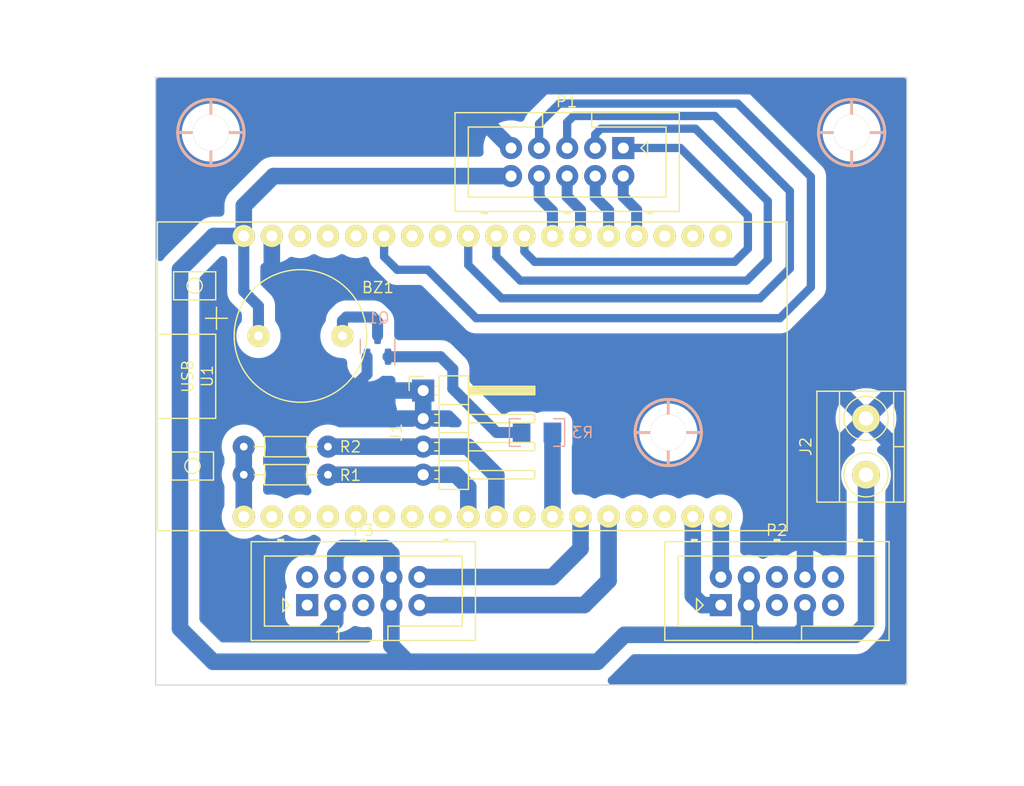
<source format=kicad_pcb>
(kicad_pcb (version 20221018) (generator pcbnew)
  (layers (0 "F.Cu" signal) (31 "B.Cu" signal) (34 "B.Paste" user) (35 "F.Paste" user) (36 "B.SilkS" user "B.Silkscreen") (37 "F.SilkS" user "F.Silkscreen") (38 "B.Mask" user) (39 "F.Mask" user) (44 "Edge.Cuts" user))
  (net 0 "")
  (net 1 "+5V")
  (net 2 "Net-(BZ1-+)")
  (net 5 "GND")
  (net 8 "/M1B")
  (net 9 "/M1A")
  (net 10 "/SENSOR_4")
  (net 11 "/SENSOR_8")
  (net 12 "/SENSOR_3")
  (net 13 "/SENSOR_7")
  (net 14 "/SENSOR_2")
  (net 15 "/SENSOR_6")
  (net 16 "/SENSOR_1")
  (net 17 "/SENSOR_5")
  (net 22 "Net-(Q1-G)")
  (net 23 "/M2B")
  (net 24 "/M2A")
  (net 25 "/BUZZER")
  (net 26 "+3V3")
  (net 27 "/PUSH_1")
  (net 28 "/PUSH_2")
  (footprint "Resistor_THT:R_Axial_DIN0204_L3.6mm_D1.6mm_P7.62mm_Horizontal" (layer "F.Cu") (at 121.5799 115.47)
    (fp_text reference "R1" (at 9.6451 0.055) (layer "F.SilkS") (effects (font (thickness 0.125))))
    (fp_text value "4K7")
    (fp_line (start 0.94 0) (end 1.89 0) (stroke (width 0.125)) (layer "F.SilkS"))
    (fp_line (start 1.89 -0.92) (end 1.89 0.92) (stroke (width 0.125)) (layer "F.SilkS"))
    (fp_line (start 1.89 0.92) (end 5.73 0.92) (stroke (width 0.125)) (layer "F.SilkS"))
    (fp_line (start 5.73 -0.92) (end 1.89 -0.92) (stroke (width 0.125)) (layer "F.SilkS"))
    (fp_line (start 5.73 0.92) (end 5.73 -0.92) (stroke (width 0.125)) (layer "F.SilkS"))
    (fp_line (start 6.68 0) (end 5.73 0) (stroke (width 0.125)) (layer "F.SilkS"))
    (pad "1" thru_hole circle (at 0 0) (size 2 2) (drill 0.7) (layers "*.Cu" "*.Mask") (net 26 "+3V3"))
    (pad "2" thru_hole oval (at 7.62 0) (size 2 2) (drill 0.7) (layers "*.Cu" "*.Mask") (net 27 "/PUSH_1"))
  )
  (footprint "Resistor_THT:R_Axial_DIN0204_L3.6mm_D1.6mm_P7.62mm_Horizontal" (layer "F.Cu") (at 121.5799 112.93)
    (fp_text reference "R2" (at 9.6451 0.02) (layer "F.SilkS") (effects (font (thickness 0.125))))
    (fp_text value "4K7")
    (fp_line (start 0.94 0) (end 1.89 0) (stroke (width 0.125)) (layer "F.SilkS"))
    (fp_line (start 1.89 -0.92) (end 1.89 0.92) (stroke (width 0.125)) (layer "F.SilkS"))
    (fp_line (start 1.89 0.92) (end 5.73 0.92) (stroke (width 0.125)) (layer "F.SilkS"))
    (fp_line (start 5.73 -0.92) (end 1.89 -0.92) (stroke (width 0.125)) (layer "F.SilkS"))
    (fp_line (start 5.73 0.92) (end 5.73 -0.92) (stroke (width 0.125)) (layer "F.SilkS"))
    (fp_line (start 6.68 0) (end 5.73 0) (stroke (width 0.125)) (layer "F.SilkS"))
    (pad "1" thru_hole circle (at 0 0) (size 2 2) (drill 0.7) (layers "*.Cu" "*.Mask") (net 26 "+3V3"))
    (pad "2" thru_hole oval (at 7.62 0) (size 2 2) (drill 0.7) (layers "*.Cu" "*.Mask") (net 28 "/PUSH_2"))
  )
  (footprint "EESTN5-v2:ESP32_DEVKIT_V1_DOIT" (layer "F.Cu") (at 144.4399 106.5618 180)
    (fp_text reference "U1" (at 26.1649 0.0118 90) (layer "F.SilkS") (effects (font (thickness 0.125))))
    (fp_text value "ESP32_DevKit_V1_DOIT" hide)
    (fp_text user "USB" (at 27.94 0 90) (layer "F.SilkS") (effects (font (thickness 0.125))))
    (fp_line (start -26.32 -13.97) (end -26.32 13.97) (stroke (width 0.125)) (layer "F.SilkS"))
    (fp_line (start -26.32 -13.97) (end 30.68 -13.97) (stroke (width 0.125)) (layer "F.SilkS"))
    (fp_line (start -26.32 13.97) (end 30.68 13.97) (stroke (width 0.125)) (layer "F.SilkS"))
    (fp_line (start 25.4 -3.81) (end 25.4 3.81) (stroke (width 0.125)) (layer "F.SilkS"))
    (fp_line (start 25.4 3.81) (end 30.48 3.81) (stroke (width 0.125)) (layer "F.SilkS"))
    (fp_line (start 25.4 6.92) (end 29.21 6.92) (stroke (width 0.125)) (layer "F.SilkS"))
    (fp_line (start 25.4 9.46) (end 25.4 6.92) (stroke (width 0.125)) (layer "F.SilkS"))
    (fp_line (start 25.6 -9.39) (end 25.6 -6.85) (stroke (width 0.125)) (layer "F.SilkS"))
    (fp_line (start 25.6 -6.85) (end 29.41 -6.85) (stroke (width 0.125)) (layer "F.SilkS"))
    (fp_line (start 29.21 6.92) (end 29.21 9.46) (stroke (width 0.125)) (layer "F.SilkS"))
    (fp_line (start 29.21 9.46) (end 25.4 9.46) (stroke (width 0.125)) (layer "F.SilkS"))
    (fp_line (start 29.41 -9.39) (end 25.6 -9.39) (stroke (width 0.125)) (layer "F.SilkS"))
    (fp_line (start 29.41 -6.85) (end 29.41 -9.39) (stroke (width 0.125)) (layer "F.SilkS"))
    (fp_line (start 30.48 -3.81) (end 25.4 -3.81) (stroke (width 0.125)) (layer "F.SilkS"))
    (fp_line (start 30.68 13.97) (end 30.68 -13.97) (stroke (width 0.125)) (layer "F.SilkS"))
    (fp_circle (center 27.305 8.19) (end 27.8765 8.571) (stroke (width 0.125)) (fill none) (layer "F.SilkS"))
    (fp_circle (center 27.505 -8.12) (end 28.0765 -7.739) (stroke (width 0.125)) (fill none) (layer "F.SilkS"))
    (pad "1" thru_hole circle (at -20.32 12.7) (size 2 2) (drill 1) (layers "*.Cu" "*.Mask" "F.SilkS"))
    (pad "2" thru_hole circle (at -17.78 12.7) (size 2 2) (drill 1) (layers "*.Cu" "*.Mask" "F.SilkS"))
    (pad "3" thru_hole circle (at -15.24 12.7) (size 2 2) (drill 1) (layers "*.Cu" "*.Mask" "F.SilkS"))
    (pad "4" thru_hole circle (at -12.7 12.7) (size 2 2) (drill 1) (layers "*.Cu" "*.Mask" "F.SilkS") (net 16 "/SENSOR_1"))
    (pad "5" thru_hole circle (at -10.16 12.7) (size 2 2) (drill 1) (layers "*.Cu" "*.Mask" "F.SilkS") (net 14 "/SENSOR_2"))
    (pad "6" thru_hole circle (at -7.62 12.7) (size 2 2) (drill 1) (layers "*.Cu" "*.Mask" "F.SilkS") (net 12 "/SENSOR_3"))
    (pad "7" thru_hole circle (at -5.08 12.7) (size 2 2) (drill 1) (layers "*.Cu" "*.Mask" "F.SilkS") (net 10 "/SENSOR_4"))
    (pad "8" thru_hole circle (at -2.54 12.7) (size 2 2) (drill 1) (layers "*.Cu" "*.Mask" "F.SilkS") (net 17 "/SENSOR_5"))
    (pad "9" thru_hole circle (at 0 12.7) (size 2 2) (drill 1) (layers "*.Cu" "*.Mask" "F.SilkS") (net 15 "/SENSOR_6"))
    (pad "10" thru_hole circle (at 2.54 12.7) (size 2 2) (drill 1) (layers "*.Cu" "*.Mask" "F.SilkS") (net 13 "/SENSOR_7"))
    (pad "11" thru_hole circle (at 5.08 12.7) (size 2 2) (drill 1) (layers "*.Cu" "*.Mask" "F.SilkS"))
    (pad "12" thru_hole circle (at 7.62 12.7) (size 2 2) (drill 1) (layers "*.Cu" "*.Mask" "F.SilkS"))
    (pad "13" thru_hole circle (at 10.16 12.7) (size 2 2) (drill 1) (layers "*.Cu" "*.Mask" "F.SilkS") (net 11 "/SENSOR_8"))
    (pad "14" thru_hole circle (at 12.7 12.7) (size 2 2) (drill 1) (layers "*.Cu" "*.Mask" "F.SilkS"))
    (pad "15" thru_hole circle (at 15.24 12.7) (size 2 2) (drill 1) (layers "*.Cu" "*.Mask" "F.SilkS"))
    (pad "16" thru_hole circle (at 17.78 12.7) (size 2 2) (drill 1) (layers "*.Cu" "*.Mask" "F.SilkS"))
    (pad "17" thru_hole circle (at 20.32 12.7) (size 2 2) (drill 1) (layers "*.Cu" "*.Mask" "F.SilkS") (net 5 "GND"))
    (pad "18" thru_hole circle (at 22.86 12.7) (size 2 2) (drill 1) (layers "*.Cu" "*.Mask" "F.SilkS") (net 1 "+5V"))
    (pad "19" thru_hole circle (at 22.86 -12.7) (size 2 2) (drill 1) (layers "*.Cu" "*.Mask" "F.SilkS") (net 26 "+3V3"))
    (pad "20" thru_hole circle (at 20.32 -12.7) (size 2 2) (drill 1) (layers "*.Cu" "*.Mask" "F.SilkS"))
    (pad "21" thru_hole circle (at 17.78 -12.7) (size 2 2) (drill 1) (layers "*.Cu" "*.Mask" "F.SilkS"))
    (pad "22" thru_hole circle (at 15.24 -12.7) (size 2 2) (drill 1) (layers "*.Cu" "*.Mask" "F.SilkS"))
    (pad "23" thru_hole circle (at 12.7 -12.7) (size 2 2) (drill 1) (layers "*.Cu" "*.Mask" "F.SilkS"))
    (pad "24" thru_hole circle (at 10.16 -12.7) (size 2 2) (drill 1) (layers "*.Cu" "*.Mask" "F.SilkS"))
    (pad "25" thru_hole circle (at 7.62 -12.7) (size 2 2) (drill 1) (layers "*.Cu" "*.Mask" "F.SilkS"))
    (pad "26" thru_hole circle (at 5.08 -12.7) (size 2 2) (drill 1) (layers "*.Cu" "*.Mask" "F.SilkS"))
    (pad "27" thru_hole circle (at 2.54 -12.7) (size 2 2) (drill 1) (layers "*.Cu" "*.Mask" "F.SilkS") (net 27 "/PUSH_1"))
    (pad "28" thru_hole circle (at 0 -12.7) (size 2 2) (drill 1) (layers "*.Cu" "*.Mask" "F.SilkS") (net 28 "/PUSH_2"))
    (pad "29" thru_hole circle (at -2.54 -12.7) (size 2 2) (drill 1) (layers "*.Cu" "*.Mask" "F.SilkS"))
    (pad "30" thru_hole circle (at -5.08 -12.7) (size 2 2) (drill 1) (layers "*.Cu" "*.Mask" "F.SilkS") (net 25 "/BUZZER"))
    (pad "31" thru_hole circle (at -7.62 -12.7) (size 2 2) (drill 1) (layers "*.Cu" "*.Mask" "F.SilkS") (net 24 "/M2A"))
    (pad "32" thru_hole circle (at -10.16 -12.7) (size 2 2) (drill 1) (layers "*.Cu" "*.Mask" "F.SilkS") (net 23 "/M2B"))
    (pad "33" thru_hole circle (at -12.7 -12.7) (size 2 2) (drill 1) (layers "*.Cu" "*.Mask" "F.SilkS"))
    (pad "34" thru_hole circle (at -15.24 -12.7) (size 2 2) (drill 1) (layers "*.Cu" "*.Mask" "F.SilkS"))
    (pad "35" thru_hole circle (at -17.78 -12.7) (size 2 2) (drill 1) (layers "*.Cu" "*.Mask" "F.SilkS") (net 9 "/M1A"))
    (pad "36" thru_hole circle (at -20.32 -12.7) (size 2 2) (drill 1) (layers "*.Cu" "*.Mask" "F.SilkS") (net 8 "/M1B"))
  )
  (footprint "EESTN5-v2:Header_2x05x2.54mm_Vertical" (layer "F.Cu") (at 132.4 126)
    (fp_text reference "P3" (at 0.01 -5.49) (layer "F.SilkS") (effects (font (thickness 0.125))))
    (fp_text value "HEADER_02X05")
    (fp_line (start -10.15 -4.47) (end 10.15 -4.47) (stroke (width 0.125)) (layer "F.SilkS"))
    (fp_line (start -10.15 4.47) (end -10.15 -4.47) (stroke (width 0.125)) (layer "F.SilkS"))
    (fp_line (start -8.95 -3.17) (end 8.95 -3.17) (stroke (width 0.125)) (layer "F.SilkS"))
    (fp_line (start -8.95 3.17) (end -8.95 -3.17) (stroke (width 0.125)) (layer "F.SilkS"))
    (fp_line (start -7.73 -4.67) (end -7.23 -4.67) (stroke (width 0.125)) (layer "F.SilkS"))
    (fp_line (start -7.73 -4.57) (end -7.23 -4.57) (stroke (width 0.125)) (layer "F.SilkS"))
    (fp_line (start -7.73 -4.47) (end -7.73 -4.67) (stroke (width 0.125)) (layer "F.SilkS"))
    (fp_line (start -7.28 0.67) (end -6.68 1.27) (stroke (width 0.125)) (layer "F.SilkS"))
    (fp_line (start -7.28 1.87) (end -7.28 0.67) (stroke (width 0.125)) (layer "F.SilkS"))
    (fp_line (start -7.23 -4.67) (end -7.23 -4.47) (stroke (width 0.125)) (layer "F.SilkS"))
    (fp_line (start -6.68 1.27) (end -7.28 1.87) (stroke (width 0.125)) (layer "F.SilkS"))
    (fp_line (start -2.225 3.17) (end -8.95 3.17) (stroke (width 0.125)) (layer "F.SilkS"))
    (fp_line (start -2.225 4.47) (end -2.225 3.17) (stroke (width 0.125)) (layer "F.SilkS"))
    (fp_line (start -0.25 -4.67) (end 0.25 -4.67) (stroke (width 0.125)) (layer "F.SilkS"))
    (fp_line (start -0.25 -4.57) (end 0.25 -4.57) (stroke (width 0.125)) (layer "F.SilkS"))
    (fp_line (start -0.25 -4.47) (end -0.25 -4.67) (stroke (width 0.125)) (layer "F.SilkS"))
    (fp_line (start 0.25 -4.67) (end 0.25 -4.47) (stroke (width 0.125)) (layer "F.SilkS"))
    (fp_line (start 2.225 3.17) (end 2.225 4.47) (stroke (width 0.125)) (layer "F.SilkS"))
    (fp_line (start 7.23 -4.67) (end 7.73 -4.67) (stroke (width 0.125)) (layer "F.SilkS"))
    (fp_line (start 7.23 -4.57) (end 7.73 -4.57) (stroke (width 0.125)) (layer "F.SilkS"))
    (fp_line (start 7.23 -4.47) (end 7.23 -4.67) (stroke (width 0.125)) (layer "F.SilkS"))
    (fp_line (start 7.73 -4.67) (end 7.73 -4.47) (stroke (width 0.125)) (layer "F.SilkS"))
    (fp_line (start 8.95 -3.17) (end 8.95 3.17) (stroke (width 0.125)) (layer "F.SilkS"))
    (fp_line (start 8.95 3.17) (end 2.225 3.17) (stroke (width 0.125)) (layer "F.SilkS"))
    (fp_line (start 10.15 -4.47) (end 10.15 4.47) (stroke (width 0.125)) (layer "F.SilkS"))
    (fp_line (start 10.15 4.47) (end -10.15 4.47) (stroke (width 0.125)) (layer "F.SilkS"))
    (pad "1" thru_hole rect (at -5.08 1.27) (size 2 2) (drill 1) (layers "*.Cu" "*.Mask"))
    (pad "2" thru_hole circle (at -5.08 -1.27) (size 2 2) (drill 1) (layers "*.Cu" "*.Mask"))
    (pad "3" thru_hole circle (at -2.54 1.27) (size 2 2) (drill 1) (layers "*.Cu" "*.Mask") (net 5 "GND"))
    (pad "4" thru_hole circle (at -2.54 -1.27) (size 2 2) (drill 1) (layers "*.Cu" "*.Mask") (net 1 "+5V"))
    (pad "5" thru_hole circle (at 0 1.27) (size 2 2) (drill 1) (layers "*.Cu" "*.Mask"))
    (pad "6" thru_hole circle (at 0 -1.27) (size 2 2) (drill 1) (layers "*.Cu" "*.Mask"))
    (pad "7" thru_hole circle (at 2.54 1.27) (size 2 2) (drill 1) (layers "*.Cu" "*.Mask") (net 1 "+5V"))
    (pad "8" thru_hole circle (at 2.54 -1.27) (size 2 2) (drill 1) (layers "*.Cu" "*.Mask") (net 1 "+5V"))
    (pad "9" thru_hole circle (at 5.08 1.27) (size 2 2) (drill 1) (layers "*.Cu" "*.Mask") (net 23 "/M2B"))
    (pad "10" thru_hole circle (at 5.08 -1.27) (size 2 2) (drill 1) (layers "*.Cu" "*.Mask") (net 24 "/M2A"))
  )
  (footprint "EESTN5-v2:Buzzer_12mm" (layer "F.Cu") (at 126.71 102.91 180)
    (fp_text reference "BZ1" (at -7.015 4.385) (layer "F.SilkS") (effects (font (thickness 0.125))))
    (fp_text value "Buzzer" hide)
    (fp_line (start 6.6 1.6) (end 8.6 1.6) (stroke (width 0.125)) (layer "F.SilkS"))
    (fp_line (start 7.6 2.6) (end 7.6 0.6) (stroke (width 0.125)) (layer "F.SilkS"))
    (fp_circle (center 0 0) (end -6 0) (stroke (width 0.125)) (fill none) (layer "F.SilkS"))
    (pad "1" thru_hole circle (at 3.8 0 180) (size 2 2) (drill 0.8) (layers "*.Cu" "*.Mask" "F.SilkS") (net 1 "+5V"))
    (pad "2" thru_hole circle (at -3.8 0 180) (size 2 2) (drill 0.8) (layers "*.Cu" "*.Mask" "F.SilkS") (net 2 "Net-(BZ1-+)"))
  )
  (footprint "Connector_PinHeader_2.54mm:PinHeader_1x04_P2.54mm_Horizontal" (layer "F.Cu") (at 137.8175 107.85)
    (fp_text reference "J1" (at -2.4425 3.8 90) (layer "F.SilkS") (effects (font (thickness 0.125))))
    (fp_text value "Conn_01x04_Pin")
    (fp_line (start -1.27 -1.27) (end 0 -1.27) (stroke (width 0.125)) (layer "F.SilkS"))
    (fp_line (start -1.27 0) (end -1.27 -1.27) (stroke (width 0.125)) (layer "F.SilkS"))
    (fp_line (start 1.042929 2.16) (end 1.44 2.16) (stroke (width 0.125)) (layer "F.SilkS"))
    (fp_line (start 1.042929 2.92) (end 1.44 2.92) (stroke (width 0.125)) (layer "F.SilkS"))
    (fp_line (start 1.042929 4.7) (end 1.44 4.7) (stroke (width 0.125)) (layer "F.SilkS"))
    (fp_line (start 1.042929 5.46) (end 1.44 5.46) (stroke (width 0.125)) (layer "F.SilkS"))
    (fp_line (start 1.042929 7.24) (end 1.44 7.24) (stroke (width 0.125)) (layer "F.SilkS"))
    (fp_line (start 1.042929 8) (end 1.44 8) (stroke (width 0.125)) (layer "F.SilkS"))
    (fp_line (start 1.11 -0.38) (end 1.44 -0.38) (stroke (width 0.125)) (layer "F.SilkS"))
    (fp_line (start 1.11 0.38) (end 1.44 0.38) (stroke (width 0.125)) (layer "F.SilkS"))
    (fp_line (start 1.44 -1.33) (end 1.44 8.95) (stroke (width 0.125)) (layer "F.SilkS"))
    (fp_line (start 1.44 1.27) (end 4.1 1.27) (stroke (width 0.125)) (layer "F.SilkS"))
    (fp_line (start 1.44 3.81) (end 4.1 3.81) (stroke (width 0.125)) (layer "F.SilkS"))
    (fp_line (start 1.44 6.35) (end 4.1 6.35) (stroke (width 0.125)) (layer "F.SilkS"))
    (fp_line (start 1.44 8.95) (end 4.1 8.95) (stroke (width 0.125)) (layer "F.SilkS"))
    (fp_line (start 4.1 -1.33) (end 1.44 -1.33) (stroke (width 0.125)) (layer "F.SilkS"))
    (fp_line (start 4.1 -0.38) (end 10.1 -0.38) (stroke (width 0.125)) (layer "F.SilkS"))
    (fp_line (start 4.1 -0.32) (end 10.1 -0.32) (stroke (width 0.125)) (layer "F.SilkS"))
    (fp_line (start 4.1 -0.2) (end 10.1 -0.2) (stroke (width 0.125)) (layer "F.SilkS"))
    (fp_line (start 4.1 -0.08) (end 10.1 -0.08) (stroke (width 0.125)) (layer "F.SilkS"))
    (fp_line (start 4.1 0.04) (end 10.1 0.04) (stroke (width 0.125)) (layer "F.SilkS"))
    (fp_line (start 4.1 0.16) (end 10.1 0.16) (stroke (width 0.125)) (layer "F.SilkS"))
    (fp_line (start 4.1 0.28) (end 10.1 0.28) (stroke (width 0.125)) (layer "F.SilkS"))
    (fp_line (start 4.1 2.16) (end 10.1 2.16) (stroke (width 0.125)) (layer "F.SilkS"))
    (fp_line (start 4.1 4.7) (end 10.1 4.7) (stroke (width 0.125)) (layer "F.SilkS"))
    (fp_line (start 4.1 7.24) (end 10.1 7.24) (stroke (width 0.125)) (layer "F.SilkS"))
    (fp_line (start 4.1 8.95) (end 4.1 -1.33) (stroke (width 0.125)) (layer "F.SilkS"))
    (fp_line (start 10.1 -0.38) (end 10.1 0.38) (stroke (width 0.125)) (layer "F.SilkS"))
    (fp_line (start 10.1 0.38) (end 4.1 0.38) (stroke (width 0.125)) (layer "F.SilkS"))
    (fp_line (start 10.1 2.16) (end 10.1 2.92) (stroke (width 0.125)) (layer "F.SilkS"))
    (fp_line (start 10.1 2.92) (end 4.1 2.92) (stroke (width 0.125)) (layer "F.SilkS"))
    (fp_line (start 10.1 4.7) (end 10.1 5.46) (stroke (width 0.125)) (layer "F.SilkS"))
    (fp_line (start 10.1 5.46) (end 4.1 5.46) (stroke (width 0.125)) (layer "F.SilkS"))
    (fp_line (start 10.1 7.24) (end 10.1 8) (stroke (width 0.125)) (layer "F.SilkS"))
    (fp_line (start 10.1 8) (end 4.1 8) (stroke (width 0.125)) (layer "F.SilkS"))
    (pad "1" thru_hole rect (at 0 0) (size 2 2) (drill 1) (layers "*.Cu" "*.Mask") (net 5 "GND"))
    (pad "2" thru_hole oval (at 0 2.54) (size 2 2) (drill 1) (layers "*.Cu" "*.Mask") (net 5 "GND"))
    (pad "3" thru_hole oval (at 0 5.08) (size 2 2) (drill 1) (layers "*.Cu" "*.Mask") (net 28 "/PUSH_2"))
    (pad "4" thru_hole oval (at 0 7.62) (size 2 2) (drill 1) (layers "*.Cu" "*.Mask") (net 27 "/PUSH_1"))
  )
  (footprint "EESTN5-v2:Header_2x05x2.54mm_Vertical" (layer "F.Cu") (at 150.85 87.17 180)
    (fp_text reference "P1" (at 0.05 5.47) (layer "F.SilkS") (effects (font (thickness 0.125))))
    (fp_text value "HEADER_02X05")
    (fp_line (start -10.15 -4.47) (end 10.15 -4.47) (stroke (width 0.125)) (layer "F.SilkS"))
    (fp_line (start -10.15 4.47) (end -10.15 -4.47) (stroke (width 0.125)) (layer "F.SilkS"))
    (fp_line (start -8.95 -3.17) (end 8.95 -3.17) (stroke (width 0.125)) (layer "F.SilkS"))
    (fp_line (start -8.95 3.17) (end -8.95 -3.17) (stroke (width 0.125)) (layer "F.SilkS"))
    (fp_line (start -7.73 -4.67) (end -7.23 -4.67) (stroke (width 0.125)) (layer "F.SilkS"))
    (fp_line (start -7.73 -4.57) (end -7.23 -4.57) (stroke (width 0.125)) (layer "F.SilkS"))
    (fp_line (start -7.73 -4.47) (end -7.73 -4.67) (stroke (width 0.125)) (layer "F.SilkS"))
    (fp_line (start -7.28 0.67) (end -6.68 1.27) (stroke (width 0.125)) (layer "F.SilkS"))
    (fp_line (start -7.28 1.87) (end -7.28 0.67) (stroke (width 0.125)) (layer "F.SilkS"))
    (fp_line (start -7.23 -4.67) (end -7.23 -4.47) (stroke (width 0.125)) (layer "F.SilkS"))
    (fp_line (start -6.68 1.27) (end -7.28 1.87) (stroke (width 0.125)) (layer "F.SilkS"))
    (fp_line (start -2.225 3.17) (end -8.95 3.17) (stroke (width 0.125)) (layer "F.SilkS"))
    (fp_line (start -2.225 4.47) (end -2.225 3.17) (stroke (width 0.125)) (layer "F.SilkS"))
    (fp_line (start -0.25 -4.67) (end 0.25 -4.67) (stroke (width 0.125)) (layer "F.SilkS"))
    (fp_line (start -0.25 -4.57) (end 0.25 -4.57) (stroke (width 0.125)) (layer "F.SilkS"))
    (fp_line (start -0.25 -4.47) (end -0.25 -4.67) (stroke (width 0.125)) (layer "F.SilkS"))
    (fp_line (start 0.25 -4.67) (end 0.25 -4.47) (stroke (width 0.125)) (layer "F.SilkS"))
    (fp_line (start 2.225 3.17) (end 2.225 4.47) (stroke (width 0.125)) (layer "F.SilkS"))
    (fp_line (start 7.23 -4.67) (end 7.73 -4.67) (stroke (width 0.125)) (layer "F.SilkS"))
    (fp_line (start 7.23 -4.57) (end 7.73 -4.57) (stroke (width 0.125)) (layer "F.SilkS"))
    (fp_line (start 7.23 -4.47) (end 7.23 -4.67) (stroke (width 0.125)) (layer "F.SilkS"))
    (fp_line (start 7.73 -4.67) (end 7.73 -4.47) (stroke (width 0.125)) (layer "F.SilkS"))
    (fp_line (start 8.95 -3.17) (end 8.95 3.17) (stroke (width 0.125)) (layer "F.SilkS"))
    (fp_line (start 8.95 3.17) (end 2.225 3.17) (stroke (width 0.125)) (layer "F.SilkS"))
    (fp_line (start 10.15 -4.47) (end 10.15 4.47) (stroke (width 0.125)) (layer "F.SilkS"))
    (fp_line (start 10.15 4.47) (end -10.15 4.47) (stroke (width 0.125)) (layer "F.SilkS"))
    (pad "1" thru_hole rect (at -5.08 1.27 180) (size 2 2) (drill 1) (layers "*.Cu" "*.Mask") (net 17 "/SENSOR_5"))
    (pad "2" thru_hole circle (at -5.08 -1.27 180) (size 2 2) (drill 1) (layers "*.Cu" "*.Mask") (net 16 "/SENSOR_1"))
    (pad "3" thru_hole circle (at -2.54 1.27 180) (size 2 2) (drill 1) (layers "*.Cu" "*.Mask") (net 15 "/SENSOR_6"))
    (pad "4" thru_hole circle (at -2.54 -1.27 180) (size 2 2) (drill 1) (layers "*.Cu" "*.Mask") (net 14 "/SENSOR_2"))
    (pad "5" thru_hole circle (at 0 1.27 180) (size 2 2) (drill 1) (layers "*.Cu" "*.Mask") (net 13 "/SENSOR_7"))
    (pad "6" thru_hole circle (at 0 -1.27 180) (size 2 2) (drill 1) (layers "*.Cu" "*.Mask") (net 12 "/SENSOR_3"))
    (pad "7" thru_hole circle (at 2.54 1.27 180) (size 2 2) (drill 1) (layers "*.Cu" "*.Mask") (net 11 "/SENSOR_8"))
    (pad "8" thru_hole circle (at 2.54 -1.27 180) (size 2 2) (drill 1) (layers "*.Cu" "*.Mask") (net 10 "/SENSOR_4"))
    (pad "9" thru_hole circle (at 5.08 1.27 180) (size 2 2) (drill 1) (layers "*.Cu" "*.Mask") (net 5 "GND"))
    (pad "10" thru_hole circle (at 5.08 -1.27 180) (size 2 2) (drill 1) (layers "*.Cu" "*.Mask") (net 1 "+5V"))
  )
  (footprint "EESTN5-v2:Separador_M3_5mm" (layer "F.Cu") (at 176.6 84.5)
    (fp_text reference "H1" hide)
    (fp_text value "Mounting_Hole" hide)
    (fp_line (start -3 0) (end 3 0) (stroke (width 0.254)) (layer "B.SilkS"))
    (fp_line (start 0 -3) (end 0 3) (stroke (width 0.254)) (layer "B.SilkS"))
    (fp_circle (center 0 0) (end 3 0) (stroke (width 0.254)) (fill none) (layer "B.SilkS"))
    (fp_line (start -3 0) (end 3 0) (stroke (width 0.254)) (layer "F.SilkS"))
    (fp_line (start 0 -3) (end 0 3) (stroke (width 0.254)) (layer "F.SilkS"))
    (fp_circle (center 0 0) (end 3 0) (stroke (width 0.254)) (fill none) (layer "F.SilkS"))
    (pad "1" thru_hole circle (at 0 0) (size 3.25 3.25) (drill 3.25) (layers "*.Cu" "F.SilkS"))
  )
  (footprint "EESTN5-v2:Separador_M3_5mm" (layer "F.Cu") (at 160 111.65)
    (fp_text reference "H2" hide)
    (fp_text value "Mounting_Hole" hide)
    (fp_line (start -3 0) (end 3 0) (stroke (width 0.254)) (layer "B.SilkS"))
    (fp_line (start 0 -3) (end 0 3) (stroke (width 0.254)) (layer "B.SilkS"))
    (fp_circle (center 0 0) (end 3 0) (stroke (width 0.254)) (fill none) (layer "B.SilkS"))
    (fp_line (start -3 0) (end 3 0) (stroke (width 0.254)) (layer "F.SilkS"))
    (fp_line (start 0 -3) (end 0 3) (stroke (width 0.254)) (layer "F.SilkS"))
    (fp_circle (center 0 0) (end 3 0) (stroke (width 0.254)) (fill none) (layer "F.SilkS"))
    (pad "1" thru_hole circle (at 0 0) (size 3.25 3.25) (drill 3.25) (layers "*.Cu" "F.SilkS"))
  )
  (footprint "EESTN5-v2:Separador_M3_5mm" (layer "F.Cu") (at 118.6 84.5)
    (fp_text reference "H3" hide)
    (fp_text value "Mounting_Hole" hide)
    (fp_line (start -3 0) (end 3 0) (stroke (width 0.254)) (layer "B.SilkS"))
    (fp_line (start 0 -3) (end 0 3) (stroke (width 0.254)) (layer "B.SilkS"))
    (fp_circle (center 0 0) (end 3 0) (stroke (width 0.254)) (fill none) (layer "B.SilkS"))
    (fp_line (start -3 0) (end 3 0) (stroke (width 0.254)) (layer "F.SilkS"))
    (fp_line (start 0 -3) (end 0 3) (stroke (width 0.254)) (layer "F.SilkS"))
    (fp_circle (center 0 0) (end 3 0) (stroke (width 0.254)) (fill none) (layer "F.SilkS"))
    (pad "1" thru_hole circle (at 0 0) (size 3.25 3.25) (drill 3.25) (layers "*.Cu" "F.SilkS"))
  )
  (footprint "EESTN5-v2:Header_2x05x2.54mm_Vertical" (layer "F.Cu") (at 169.8399 126)
    (fp_text reference "P2" (at -0.0149 -5.505) (layer "F.SilkS") (effects (font (thickness 0.125))))
    (fp_text value "HEADER_02X05")
    (fp_line (start -10.15 -4.47) (end 10.15 -4.47) (stroke (width 0.125)) (layer "F.SilkS"))
    (fp_line (start -10.15 4.47) (end -10.15 -4.47) (stroke (width 0.125)) (layer "F.SilkS"))
    (fp_line (start -8.95 -3.17) (end 8.95 -3.17) (stroke (width 0.125)) (layer "F.SilkS"))
    (fp_line (start -8.95 3.17) (end -8.95 -3.17) (stroke (width 0.125)) (layer "F.SilkS"))
    (fp_line (start -7.73 -4.67) (end -7.23 -4.67) (stroke (width 0.125)) (layer "F.SilkS"))
    (fp_line (start -7.73 -4.57) (end -7.23 -4.57) (stroke (width 0.125)) (layer "F.SilkS"))
    (fp_line (start -7.73 -4.47) (end -7.73 -4.67) (stroke (width 0.125)) (layer "F.SilkS"))
    (fp_line (start -7.28 0.67) (end -6.68 1.27) (stroke (width 0.125)) (layer "F.SilkS"))
    (fp_line (start -7.28 1.87) (end -7.28 0.67) (stroke (width 0.125)) (layer "F.SilkS"))
    (fp_line (start -7.23 -4.67) (end -7.23 -4.47) (stroke (width 0.125)) (layer "F.SilkS"))
    (fp_line (start -6.68 1.27) (end -7.28 1.87) (stroke (width 0.125)) (layer "F.SilkS"))
    (fp_line (start -2.225 3.17) (end -8.95 3.17) (stroke (width 0.125)) (layer "F.SilkS"))
    (fp_line (start -2.225 4.47) (end -2.225 3.17) (stroke (width 0.125)) (layer "F.SilkS"))
    (fp_line (start -0.25 -4.67) (end 0.25 -4.67) (stroke (width 0.125)) (layer "F.SilkS"))
    (fp_line (start -0.25 -4.57) (end 0.25 -4.57) (stroke (width 0.125)) (layer "F.SilkS"))
    (fp_line (start -0.25 -4.47) (end -0.25 -4.67) (stroke (width 0.125)) (layer "F.SilkS"))
    (fp_line (start 0.25 -4.67) (end 0.25 -4.47) (stroke (width 0.125)) (layer "F.SilkS"))
    (fp_line (start 2.225 3.17) (end 2.225 4.47) (stroke (width 0.125)) (layer "F.SilkS"))
    (fp_line (start 7.23 -4.67) (end 7.73 -4.67) (stroke (width 0.125)) (layer "F.SilkS"))
    (fp_line (start 7.23 -4.57) (end 7.73 -4.57) (stroke (width 0.125)) (layer "F.SilkS"))
    (fp_line (start 7.23 -4.47) (end 7.23 -4.67) (stroke (width 0.125)) (layer "F.SilkS"))
    (fp_line (start 7.73 -4.67) (end 7.73 -4.47) (stroke (width 0.125)) (layer "F.SilkS"))
    (fp_line (start 8.95 -3.17) (end 8.95 3.17) (stroke (width 0.125)) (layer "F.SilkS"))
    (fp_line (start 8.95 3.17) (end 2.225 3.17) (stroke (width 0.125)) (layer "F.SilkS"))
    (fp_line (start 10.15 -4.47) (end 10.15 4.47) (stroke (width 0.125)) (layer "F.SilkS"))
    (fp_line (start 10.15 4.47) (end -10.15 4.47) (stroke (width 0.125)) (layer "F.SilkS"))
    (pad "1" thru_hole rect (at -5.08 1.27) (size 2 2) (drill 1) (layers "*.Cu" "*.Mask") (net 9 "/M1A"))
    (pad "2" thru_hole circle (at -5.08 -1.27) (size 2 2) (drill 1) (layers "*.Cu" "*.Mask") (net 8 "/M1B"))
    (pad "3" thru_hole circle (at -2.54 1.27) (size 2 2) (drill 1) (layers "*.Cu" "*.Mask") (net 1 "+5V"))
    (pad "4" thru_hole circle (at -2.54 -1.27) (size 2 2) (drill 1) (layers "*.Cu" "*.Mask") (net 1 "+5V"))
    (pad "5" thru_hole circle (at 0 1.27) (size 2 2) (drill 1) (layers "*.Cu" "*.Mask"))
    (pad "6" thru_hole circle (at 0 -1.27) (size 2 2) (drill 1) (layers "*.Cu" "*.Mask"))
    (pad "7" thru_hole circle (at 2.54 1.27) (size 2 2) (drill 1) (layers "*.Cu" "*.Mask") (net 1 "+5V"))
    (pad "8" thru_hole circle (at 2.54 -1.27) (size 2 2) (drill 1) (layers "*.Cu" "*.Mask") (net 5 "GND"))
    (pad "9" thru_hole circle (at 5.08 1.27) (size 2 2) (drill 1) (layers "*.Cu" "*.Mask"))
    (pad "10" thru_hole circle (at 5.08 -1.27) (size 2 2) (drill 1) (layers "*.Cu" "*.Mask"))
  )
  (footprint "EESTN5-v2:BORNERA2_AZUL" (layer "F.Cu") (at 177.9 112.93 90)
    (fp_text reference "J2" (at 0 -5.45 90) (layer "F.SilkS") (effects (font (thickness 0.125))))
    (fp_text value "TB_1X2" hide)
    (fp_line (start -5.0165 -4.445) (end -5.0165 3.4925) (stroke (width 0.125)) (layer "F.SilkS"))
    (fp_line (start -5 -2.4) (end 5 -2.4) (stroke (width 0.125)) (layer "F.SilkS"))
    (fp_line (start -5 2.5) (end 5 2.5) (stroke (width 0.125)) (layer "F.SilkS"))
    (fp_line (start -4.9835 3.4925) (end 5.0165 3.4925) (stroke (width 0.125)) (layer "F.SilkS"))
    (fp_line (start 0 2.54) (end 0 3.4845) (stroke (width 0.125)) (layer "F.SilkS"))
    (fp_line (start 5.0165 -4.445) (end -4.9835 -4.445) (stroke (width 0.125)) (layer "F.SilkS"))
    (fp_line (start 5.0165 3.4925) (end 5.0165 -4.445) (stroke (width 0.125)) (layer "F.SilkS"))
    (fp_circle (center -2.55 0) (end -0.55 0) (stroke (width 0.125)) (fill none) (layer "F.SilkS"))
    (fp_circle (center 2.55 0) (end 0.55 0) (stroke (width 0.125)) (fill none) (layer "F.SilkS"))
    (pad "1" thru_hole circle (at -2.54 0 90) (size 2.5 2.5) (drill 1.3) (layers "*.Cu" "*.Mask" "F.SilkS") (net 1 "+5V"))
    (pad "2" thru_hole circle (at 2.54 0 90) (size 2.5 2.5) (drill 1.3) (layers "*.Cu" "*.Mask" "F.SilkS") (net 5 "GND"))
  )
  (footprint "EESTN5-v2:R_1206" (layer "B.Cu") (at 148.1229 111.65 180)
    (fp_text reference "R3" (at -4.1271 0) (layer "B.SilkS") (effects (font (thickness 0.125)) (justify mirror)))
    (fp_text value "10K" hide)
    (fp_line (start -2.5 -1.25) (end -1.5 -1.25) (stroke (width 0.125)) (layer "B.SilkS"))
    (fp_line (start -2.5 1.25) (end -2.5 -1.25) (stroke (width 0.125)) (layer "B.SilkS"))
    (fp_line (start -1.5 1.25) (end -2.5 1.25) (stroke (width 0.125)) (layer "B.SilkS"))
    (fp_line (start 1.5 -1.25) (end 2.5 -1.25) (stroke (width 0.125)) (layer "B.SilkS"))
    (fp_line (start 1.5 1.25) (end 2.5 1.25) (stroke (width 0.125)) (layer "B.SilkS"))
    (fp_line (start 2.5 -1.25) (end 2.5 1.25) (stroke (width 0.125)) (layer "B.SilkS"))
    (pad "1" smd rect (at 1.397 0 180) (size 1.6002 1.8034) (layers "B.Cu" "B.Paste" "B.Mask") (net 22 "Net-(Q1-G)"))
    (pad "2" smd rect (at -1.397 0 180) (size 1.6002 1.8034) (layers "B.Cu" "B.Paste" "B.Mask") (net 25 "/BUZZER"))
  )
  (footprint "Package_TO_SOT_SMD:SOT-23" (layer "B.Cu") (at 133.69 103.8475 90)
    (fp_text reference "Q1" (at 2.5725 0.085 180) (layer "B.SilkS") (effects (font (thickness 0.125)) (justify mirror)))
    (fp_text value "2N7002")
    (fp_line (start 0 -1.56) (end -0.65 -1.56) (stroke (width 0.125)) (layer "B.SilkS"))
    (fp_line (start 0 -1.56) (end 0.65 -1.56) (stroke (width 0.125)) (layer "B.SilkS"))
    (fp_line (start 0 1.56) (end -1.675 1.56) (stroke (width 0.125)) (layer "B.SilkS"))
    (fp_line (start 0 1.56) (end 0.65 1.56) (stroke (width 0.125)) (layer "B.SilkS"))
    (pad "1" smd roundrect (at -0.9375 0.95 90) (size 1.475 0.6) (layers "B.Cu" "B.Paste" "B.Mask") (net 22 "Net-(Q1-G)"))
    (pad "2" smd roundrect (at -0.9375 -0.95 90) (size 1.475 0.6) (layers "B.Cu" "B.Paste" "B.Mask") (net 5 "GND"))
    (pad "3" smd roundrect (at 0.9375 0 90) (size 1.475 0.6) (layers "B.Cu" "B.Paste" "B.Mask") (net 2 "Net-(BZ1-+)"))
  )
  (gr_rect (start 113.6 79.5) (end 181.6 134.5) (stroke (width 0.1)) (fill none) (layer "Edge.Cuts"))
  (segment (start 121.5799 98.8699) (end 121.5799 93.8618) (width 1) (layer "B.Cu") (net 1))
  (segment (start 167.96 129.96) (end 156.04 129.96) (width 1.5) (layer "B.Cu") (net 1))
  (segment (start 177.9 129) (end 177.9 115.47) (width 1.5) (layer "B.Cu") (net 1))
  (segment (start 134.94 130.94) (end 136.4 132.4) (width 1.5) (layer "B.Cu") (net 1))
  (segment (start 134.41 122.11) (end 130.49 122.11) (width 1.5) (layer "B.Cu") (net 1))
  (segment (start 134.94 124.73) (end 134.94 122.64) (width 1.5) (layer "B.Cu") (net 1))
  (segment (start 115.81 96.9) (end 118.8482 93.8618) (width 1.5) (layer "B.Cu") (net 1))
  (segment (start 172.3799 129.3301) (end 171.75 129.96) (width 1.5) (layer "B.Cu") (net 1))
  (segment (start 124.27 88.44) (end 121.5799 91.1301) (width 1.5) (layer "B.Cu") (net 1))
  (segment (start 134.94 127.27) (end 134.94 130.94) (width 1.5) (layer "B.Cu") (net 1))
  (segment (start 136.4 132.4) (end 137.4 132.4) (width 1.5) (layer "B.Cu") (net 1))
  (segment (start 176.94 129.96) (end 177.9 129) (width 1.5) (layer "B.Cu") (net 1))
  (segment (start 171.75 129.96) (end 167.96 129.96) (width 1.5) (layer "B.Cu") (net 1))
  (segment (start 122.91 102.91) (end 122.91 100.2) (width 1) (layer "B.Cu") (net 1))
  (segment (start 137.4 132.4) (end 118.81 132.4) (width 1.5) (layer "B.Cu") (net 1))
  (segment (start 129.86 122.74) (end 129.86 124.73) (width 1.5) (layer "B.Cu") (net 1))
  (segment (start 118.81 132.4) (end 115.81 129.4) (width 1.5) (layer "B.Cu") (net 1))
  (segment (start 145.77 88.44) (end 124.27 88.44) (width 1.5) (layer "B.Cu") (net 1))
  (segment (start 118.8482 93.8618) (end 121.5799 93.8618) (width 1.5) (layer "B.Cu") (net 1))
  (segment (start 115.81 129.4) (end 115.81 96.9) (width 1.5) (layer "B.Cu") (net 1))
  (segment (start 172.3799 127.27) (end 172.3799 129.3301) (width 1.5) (layer "B.Cu") (net 1))
  (segment (start 167.2999 129.2999) (end 167.2999 124.73) (width 1.5) (layer "B.Cu") (net 1))
  (segment (start 167.96 129.96) (end 167.2999 129.2999) (width 1.5) (layer "B.Cu") (net 1))
  (segment (start 156.04 129.96) (end 153.6 132.4) (width 1.5) (layer "B.Cu") (net 1))
  (segment (start 134.94 124.73) (end 134.94 127.27) (width 1.5) (layer "B.Cu") (net 1))
  (segment (start 134.94 122.64) (end 134.41 122.11) (width 1.5) (layer "B.Cu") (net 1))
  (segment (start 121.5799 91.1301) (end 121.5799 93.8618) (width 1.5) (layer "B.Cu") (net 1))
  (segment (start 122.91 100.2) (end 121.5799 98.8699) (width 1) (layer "B.Cu") (net 1))
  (segment (start 130.49 122.11) (end 129.86 122.74) (width 1.5) (layer "B.Cu") (net 1))
  (segment (start 153.6 132.4) (end 137.4 132.4) (width 1.5) (layer "B.Cu") (net 1))
  (segment (start 171.75 129.96) (end 176.94 129.96) (width 1.5) (layer "B.Cu") (net 1))
  (segment (start 133.69 102.91) (end 133.69 101.63) (width 1) (layer "B.Cu") (net 2))
  (segment (start 133.69 101.63) (end 133.26 101.2) (width 1) (layer "B.Cu") (net 2))
  (segment (start 133.26 101.2) (end 130.86 101.2) (width 1) (layer "B.Cu") (net 2))
  (segment (start 130.51 101.55) (end 130.51 102.91) (width 1) (layer "B.Cu") (net 2))
  (segment (start 130.86 101.2) (end 130.51 101.55) (width 1) (layer "B.Cu") (net 2))
  (segment (start 136.91 99.1) (end 126.61 99.1) (width 1) (layer "B.Cu") (net 5))
  (segment (start 118.81 127.7) (end 118.81 109.3) (width 1.5) (layer "B.Cu") (net 5))
  (segment (start 142.81 105) (end 136.91 99.1) (width 1) (layer "B.Cu") (net 5))
  (segment (start 121.01 129.9) (end 118.81 127.7) (width 1.5) (layer "B.Cu") (net 5))
  (segment (start 145.77 85.9) (end 144.11 84.24) (width 0.75) (layer "B.Cu") (net 5))
  (segment (start 129.86 128.74) (end 128.7 129.9) (width 1.5) (layer "B.Cu") (net 5))
  (segment (start 132.74 106.37) (end 131.71 107.4) (width 1) (layer "B.Cu") (net 5))
  (segment (start 144.11 82.85) (end 146.29 80.67) (width 0.75) (layer "B.Cu") (net 5))
  (segment (start 126.61 105.3) (end 126.61 99.1) (width 1.5) (layer "B.Cu") (net 5))
  (segment (start 129.86 127.27) (end 129.86 128.74) (width 1.5) (layer "B.Cu") (net 5))
  (segment (start 170 105) (end 142.81 105) (width 1) (layer "B.Cu") (net 5))
  (segment (start 124.61 107.3) (end 126.61 105.3) (width 1.5) (layer "B.Cu") (net 5))
  (segment (start 144.11 84.24) (end 144.11 82.85) (width 0.75) (layer "B.Cu") (net 5))
  (segment (start 128.7 129.9) (end 121.01 129.9) (width 1.5) (layer "B.Cu") (net 5))
  (segment (start 120.81 107.3) (end 124.61 107.3) (width 1.5) (layer "B.Cu") (net 5))
  (segment (start 172.3799 124.73) (end 172.3799 121.3201) (width 1.5) (layer "B.Cu") (net 5))
  (segment (start 132.74 104.785) (end 132.74 106.37) (width 1) (layer "B.Cu") (net 5))
  (segment (start 172.3799 121.3201) (end 172.4 121.3) (width 1.5) (layer "B.Cu") (net 5))
  (segment (start 146.29 80.67) (end 168.08 80.67) (width 0.75) (layer "B.Cu") (net 5))
  (segment (start 168.08 80.67) (end 168.31 80.9) (width 0.75) (layer "B.Cu") (net 5))
  (segment (start 118.81 109.3) (end 120.81 107.3) (width 1.5) (layer "B.Cu") (net 5))
  (segment (start 124.1199 93.8618) (end 124.1199 96.6099) (width 1.5) (layer "B.Cu") (net 5))
  (segment (start 124.1199 96.6099) (end 126.61 99.1) (width 1.5) (layer "B.Cu") (net 5))
  (segment (start 164.7599 124.73) (end 164.7599 119.2618) (width 1.5) (layer "B.Cu") (net 8))
  (segment (start 164.7599 127.27) (end 163.07 127.27) (width 1.5) (layer "B.Cu") (net 9))
  (segment (start 162.2199 126.4199) (end 162.2199 119.2618) (width 1.5) (layer "B.Cu") (net 9))
  (segment (start 163.07 127.27) (end 162.2199 126.4199) (width 1.5) (layer "B.Cu") (net 9))
  (segment (start 148.31 90.38) (end 149.5199 91.5899) (width 1) (layer "B.Cu") (net 10))
  (segment (start 148.31 88.44) (end 148.31 90.38) (width 1) (layer "B.Cu") (net 10))
  (segment (start 149.5199 91.5899) (end 149.5199 93.8618) (width 1) (layer "B.Cu") (net 10))
  (segment (start 134.28 93.87) (end 134.28 95.74) (width 0.75) (layer "B.Cu") (net 11))
  (segment (start 150.14 81.88) (end 148.31 83.71) (width 0.75) (layer "B.Cu") (net 11))
  (segment (start 138.23 96.92) (end 142.61 101.3) (width 0.75) (layer "B.Cu") (net 11))
  (segment (start 134.28 95.74) (end 135.46 96.92) (width 0.75) (layer "B.Cu") (net 11))
  (segment (start 142.61 101.3) (end 170.11 101.3) (width 0.75) (layer "B.Cu") (net 11))
  (segment (start 170.11 101.3) (end 172.91 98.5) (width 0.75) (layer "B.Cu") (net 11))
  (segment (start 172.91 88.5) (end 166.29 81.88) (width 0.75) (layer "B.Cu") (net 11))
  (segment (start 148.31 83.71) (end 148.31 85.9) (width 0.75) (layer "B.Cu") (net 11))
  (segment (start 166.29 81.88) (end 150.14 81.88) (width 0.75) (layer "B.Cu") (net 11))
  (segment (start 172.91 98.5) (end 172.91 88.5) (width 0.75) (layer "B.Cu") (net 11))
  (segment (start 135.46 96.92) (end 138.23 96.92) (width 0.75) (layer "B.Cu") (net 11))
  (segment (start 152.0599 91.5049) (end 152.0599 93.8618) (width 1) (layer "B.Cu") (net 12))
  (segment (start 150.85 90.295) (end 152.0599 91.5049) (width 1) (layer "B.Cu") (net 12))
  (segment (start 150.85 88.44) (end 150.85 90.295) (width 1) (layer "B.Cu") (net 12))
  (segment (start 171.01 89.8) (end 171.01 96.8) (width 0.75) (layer "B.Cu") (net 13))
  (segment (start 168.31 99.5) (end 144.91 99.5) (width 0.75) (layer "B.Cu") (net 13))
  (segment (start 151.42 83) (end 164.21 83) (width 0.75) (layer "B.Cu") (net 13))
  (segment (start 164.21 83) (end 171.01 89.8) (width 0.75) (layer "B.Cu") (net 13))
  (segment (start 171.01 96.8) (end 168.31 99.5) (width 0.75) (layer "B.Cu") (net 13))
  (segment (start 150.85 83.57) (end 151.42 83) (width 0.75) (layer "B.Cu") (net 13))
  (segment (start 144.91 99.5) (end 141.8999 96.4899) (width 0.75) (layer "B.Cu") (net 13))
  (segment (start 150.85 85.9) (end 150.85 83.57) (width 0.75) (layer "B.Cu") (net 13))
  (segment (start 141.8999 96.4899) (end 141.8999 93.8618) (width 0.75) (layer "B.Cu") (net 13))
  (segment (start 153.39 88.44) (end 153.39 90.335) (width 1) (layer "B.Cu") (net 14))
  (segment (start 154.5999 91.5449) (end 154.5999 93.8618) (width 1) (layer "B.Cu") (net 14))
  (segment (start 153.39 90.335) (end 154.5999 91.5449) (width 1) (layer "B.Cu") (net 14))
  (segment (start 146.61 97.9) (end 144.4399 95.7299) (width 0.75) (layer "B.Cu") (net 15))
  (segment (start 169.01 90.7) (end 169.01 96) (width 0.75) (layer "B.Cu") (net 15))
  (segment (start 153.91 84.15) (end 162.46 84.15) (width 0.75) (layer "B.Cu") (net 15))
  (segment (start 169.01 96) (end 167.11 97.9) (width 0.75) (layer "B.Cu") (net 15))
  (segment (start 153.39 84.67) (end 153.91 84.15) (width 0.75) (layer "B.Cu") (net 15))
  (segment (start 167.11 97.9) (end 146.61 97.9) (width 0.75) (layer "B.Cu") (net 15))
  (segment (start 144.4399 95.7299) (end 144.4399 93.8701) (width 0.75) (layer "B.Cu") (net 15))
  (segment (start 162.46 84.15) (end 169.01 90.7) (width 0.75) (layer "B.Cu") (net 15))
  (segment (start 153.39 85.9) (end 153.39 84.67) (width 0.75) (layer "B.Cu") (net 15))
  (segment (start 144.4399 93.8701) (end 144.44 93.87) (width 0.75) (layer "B.Cu") (net 15))
  (segment (start 155.93 88.44) (end 155.93 90.3) (width 1) (layer "B.Cu") (net 16))
  (segment (start 157.1399 91.5099) (end 157.1399 93.8618) (width 1) (layer "B.Cu") (net 16))
  (segment (start 155.93 90.3) (end 157.1399 91.5099) (width 1) (layer "B.Cu") (net 16))
  (segment (start 146.9799 95.2699) (end 147.91 96.2) (width 0.75) (layer "B.Cu") (net 17))
  (segment (start 167.21 92.02) (end 161.085 85.895) (width 0.75) (layer "B.Cu") (net 17))
  (segment (start 146.9799 93.8618) (end 146.9799 95.2699) (width 0.75) (layer "B.Cu") (net 17))
  (segment (start 161.085 85.895) (end 155.935 85.895) (width 0.75) (layer "B.Cu") (net 17))
  (segment (start 155.935 85.895) (end 155.93 85.9) (width 0.75) (layer "B.Cu") (net 17))
  (segment (start 147.91 96.2) (end 166.01 96.2) (width 0.75) (layer "B.Cu") (net 17))
  (segment (start 167.21 95) (end 167.21 92.02) (width 0.75) (layer "B.Cu") (net 17))
  (segment (start 166.01 96.2) (end 167.21 95) (width 0.75) (layer "B.Cu") (net 17))
  (segment (start 139.38 104.79) (end 134.645 104.79) (width 1) (layer "B.Cu") (net 22))
  (segment (start 140.5 107.69) (end 140.5 105.91) (width 1) (layer "B.Cu") (net 22))
  (segment (start 144.46 111.65) (end 140.5 107.69) (width 1) (layer "B.Cu") (net 22))
  (segment (start 140.5 105.91) (end 139.38 104.79) (width 1) (layer "B.Cu") (net 22))
  (segment (start 134.645 104.79) (end 134.64 104.785) (width 1) (layer "B.Cu") (net 22))
  (segment (start 146.7259 111.65) (end 144.46 111.65) (width 1) (layer "B.Cu") (net 22))
  (segment (start 152.39 127.27) (end 154.5999 125.0601) (width 1.5) (layer "B.Cu") (net 23))
  (segment (start 154.5999 125.0601) (end 154.5999 119.2618) (width 1.5) (layer "B.Cu") (net 23))
  (segment (start 137.48 127.27) (end 152.39 127.27) (width 1.5) (layer "B.Cu") (net 23))
  (segment (start 137.48 124.73) (end 149.5 124.73) (width 1.5) (layer "B.Cu") (net 24))
  (segment (start 152.0599 122.1701) (end 152.0599 119.2618) (width 1.5) (layer "B.Cu") (net 24))
  (segment (start 149.5 124.73) (end 152.0599 122.1701) (width 1.5) (layer "B.Cu") (net 24))
  (segment (start 149.5199 119.2618) (end 149.5199 111.65) (width 1.5) (layer "B.Cu") (net 25))
  (segment (start 121.5799 115.47) (end 121.5799 119.2618) (width 1.5) (layer "B.Cu") (net 26))
  (segment (start 121.5799 112.93) (end 121.5799 115.47) (width 1.5) (layer "B.Cu") (net 26))
  (segment (start 141.8999 116.5899) (end 141.8999 119.2618) (width 1.5) (layer "B.Cu") (net 27))
  (segment (start 129.1999 115.47) (end 137.8175 115.47) (width 1.5) (layer "B.Cu") (net 27))
  (segment (start 137.8175 115.47) (end 140.78 115.47) (width 1.5) (layer "B.Cu") (net 27))
  (segment (start 140.78 115.47) (end 141.8999 116.5899) (width 1.5) (layer "B.Cu") (net 27))
  (segment (start 141.84 112.93) (end 144.4399 115.5299) (width 1.5) (layer "B.Cu") (net 28))
  (segment (start 144.4399 115.5299) (end 144.4399 119.2618) (width 1.5) (layer "B.Cu") (net 28))
  (segment (start 137.8175 112.93) (end 141.84 112.93) (width 1.5) (layer "B.Cu") (net 28))
  (segment (start 129.1999 112.93) (end 137.8175 112.93) (width 1.5) (layer "B.Cu") (net 28))
  (zone (net 5) (net_name "GND") (layer "B.Cu") (connect_pads (clearance 1)) (min_thickness 0.8) (fill yes (thermal_gap 1.5) (thermal_bridge_width 1.5))
    (polygon (pts (xy 111.08 76.57) (xy 187.08 76.57) (xy 187.08 137.57) (xy 111.08 137.57)))
  )
)
</source>
